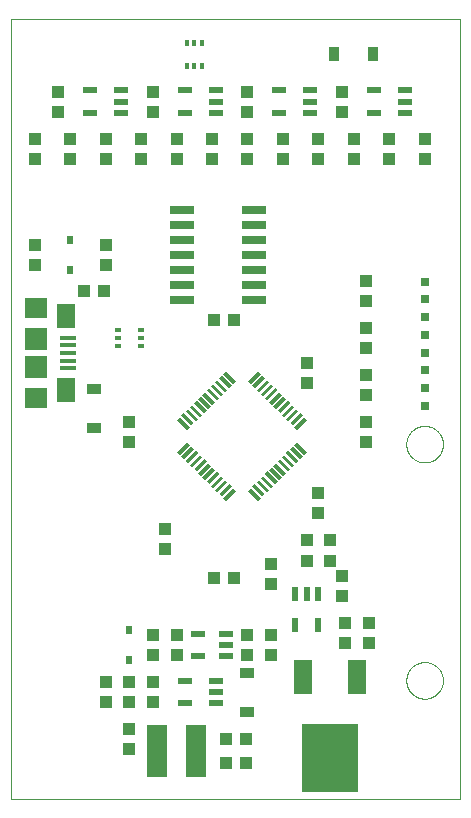
<source format=gtp>
G75*
%MOIN*%
%OFA0B0*%
%FSLAX25Y25*%
%IPPOS*%
%LPD*%
%AMOC8*
5,1,8,0,0,1.08239X$1,22.5*
%
%ADD10C,0.00000*%
%ADD11R,0.01181X0.04724*%
%ADD12R,0.04724X0.02362*%
%ADD13R,0.03937X0.04331*%
%ADD14R,0.07480X0.07087*%
%ADD15R,0.07480X0.07480*%
%ADD16R,0.06299X0.08268*%
%ADD17R,0.05315X0.01575*%
%ADD18R,0.02362X0.03150*%
%ADD19R,0.04331X0.03937*%
%ADD20R,0.04724X0.02165*%
%ADD21R,0.08000X0.02600*%
%ADD22R,0.06299X0.11811*%
%ADD23R,0.19000X0.22500*%
%ADD24R,0.02165X0.04724*%
%ADD25R,0.04803X0.03583*%
%ADD26R,0.03583X0.04803*%
%ADD27R,0.01575X0.02362*%
%ADD28R,0.03150X0.03150*%
%ADD29R,0.02362X0.01575*%
%ADD30R,0.07087X0.17717*%
D10*
X0004419Y0001800D02*
X0004419Y0261643D01*
X0154025Y0261643D01*
X0154045Y0001800D01*
X0004419Y0001800D01*
X0136114Y0041170D02*
X0136116Y0041326D01*
X0136122Y0041481D01*
X0136132Y0041637D01*
X0136146Y0041792D01*
X0136164Y0041947D01*
X0136185Y0042101D01*
X0136211Y0042255D01*
X0136241Y0042408D01*
X0136274Y0042560D01*
X0136312Y0042711D01*
X0136353Y0042861D01*
X0136398Y0043010D01*
X0136447Y0043158D01*
X0136500Y0043305D01*
X0136556Y0043450D01*
X0136616Y0043594D01*
X0136680Y0043736D01*
X0136747Y0043877D01*
X0136818Y0044015D01*
X0136893Y0044152D01*
X0136971Y0044287D01*
X0137052Y0044420D01*
X0137137Y0044551D01*
X0137225Y0044679D01*
X0137316Y0044806D01*
X0137410Y0044930D01*
X0137508Y0045051D01*
X0137609Y0045170D01*
X0137712Y0045286D01*
X0137819Y0045400D01*
X0137928Y0045511D01*
X0138041Y0045619D01*
X0138156Y0045724D01*
X0138273Y0045826D01*
X0138393Y0045925D01*
X0138516Y0046021D01*
X0138641Y0046114D01*
X0138769Y0046204D01*
X0138898Y0046290D01*
X0139030Y0046373D01*
X0139164Y0046453D01*
X0139300Y0046529D01*
X0139438Y0046602D01*
X0139577Y0046671D01*
X0139719Y0046736D01*
X0139862Y0046798D01*
X0140006Y0046856D01*
X0140152Y0046911D01*
X0140299Y0046962D01*
X0140448Y0047009D01*
X0140598Y0047052D01*
X0140748Y0047091D01*
X0140900Y0047127D01*
X0141053Y0047158D01*
X0141206Y0047186D01*
X0141360Y0047210D01*
X0141514Y0047230D01*
X0141669Y0047246D01*
X0141825Y0047258D01*
X0141980Y0047266D01*
X0142136Y0047270D01*
X0142292Y0047270D01*
X0142448Y0047266D01*
X0142603Y0047258D01*
X0142759Y0047246D01*
X0142914Y0047230D01*
X0143068Y0047210D01*
X0143222Y0047186D01*
X0143375Y0047158D01*
X0143528Y0047127D01*
X0143680Y0047091D01*
X0143830Y0047052D01*
X0143980Y0047009D01*
X0144129Y0046962D01*
X0144276Y0046911D01*
X0144422Y0046856D01*
X0144566Y0046798D01*
X0144709Y0046736D01*
X0144851Y0046671D01*
X0144990Y0046602D01*
X0145128Y0046529D01*
X0145264Y0046453D01*
X0145398Y0046373D01*
X0145530Y0046290D01*
X0145659Y0046204D01*
X0145787Y0046114D01*
X0145912Y0046021D01*
X0146035Y0045925D01*
X0146155Y0045826D01*
X0146272Y0045724D01*
X0146387Y0045619D01*
X0146500Y0045511D01*
X0146609Y0045400D01*
X0146716Y0045286D01*
X0146819Y0045170D01*
X0146920Y0045051D01*
X0147018Y0044930D01*
X0147112Y0044806D01*
X0147203Y0044679D01*
X0147291Y0044551D01*
X0147376Y0044420D01*
X0147457Y0044287D01*
X0147535Y0044152D01*
X0147610Y0044015D01*
X0147681Y0043877D01*
X0147748Y0043736D01*
X0147812Y0043594D01*
X0147872Y0043450D01*
X0147928Y0043305D01*
X0147981Y0043158D01*
X0148030Y0043010D01*
X0148075Y0042861D01*
X0148116Y0042711D01*
X0148154Y0042560D01*
X0148187Y0042408D01*
X0148217Y0042255D01*
X0148243Y0042101D01*
X0148264Y0041947D01*
X0148282Y0041792D01*
X0148296Y0041637D01*
X0148306Y0041481D01*
X0148312Y0041326D01*
X0148314Y0041170D01*
X0148312Y0041014D01*
X0148306Y0040859D01*
X0148296Y0040703D01*
X0148282Y0040548D01*
X0148264Y0040393D01*
X0148243Y0040239D01*
X0148217Y0040085D01*
X0148187Y0039932D01*
X0148154Y0039780D01*
X0148116Y0039629D01*
X0148075Y0039479D01*
X0148030Y0039330D01*
X0147981Y0039182D01*
X0147928Y0039035D01*
X0147872Y0038890D01*
X0147812Y0038746D01*
X0147748Y0038604D01*
X0147681Y0038463D01*
X0147610Y0038325D01*
X0147535Y0038188D01*
X0147457Y0038053D01*
X0147376Y0037920D01*
X0147291Y0037789D01*
X0147203Y0037661D01*
X0147112Y0037534D01*
X0147018Y0037410D01*
X0146920Y0037289D01*
X0146819Y0037170D01*
X0146716Y0037054D01*
X0146609Y0036940D01*
X0146500Y0036829D01*
X0146387Y0036721D01*
X0146272Y0036616D01*
X0146155Y0036514D01*
X0146035Y0036415D01*
X0145912Y0036319D01*
X0145787Y0036226D01*
X0145659Y0036136D01*
X0145530Y0036050D01*
X0145398Y0035967D01*
X0145264Y0035887D01*
X0145128Y0035811D01*
X0144990Y0035738D01*
X0144851Y0035669D01*
X0144709Y0035604D01*
X0144566Y0035542D01*
X0144422Y0035484D01*
X0144276Y0035429D01*
X0144129Y0035378D01*
X0143980Y0035331D01*
X0143830Y0035288D01*
X0143680Y0035249D01*
X0143528Y0035213D01*
X0143375Y0035182D01*
X0143222Y0035154D01*
X0143068Y0035130D01*
X0142914Y0035110D01*
X0142759Y0035094D01*
X0142603Y0035082D01*
X0142448Y0035074D01*
X0142292Y0035070D01*
X0142136Y0035070D01*
X0141980Y0035074D01*
X0141825Y0035082D01*
X0141669Y0035094D01*
X0141514Y0035110D01*
X0141360Y0035130D01*
X0141206Y0035154D01*
X0141053Y0035182D01*
X0140900Y0035213D01*
X0140748Y0035249D01*
X0140598Y0035288D01*
X0140448Y0035331D01*
X0140299Y0035378D01*
X0140152Y0035429D01*
X0140006Y0035484D01*
X0139862Y0035542D01*
X0139719Y0035604D01*
X0139577Y0035669D01*
X0139438Y0035738D01*
X0139300Y0035811D01*
X0139164Y0035887D01*
X0139030Y0035967D01*
X0138898Y0036050D01*
X0138769Y0036136D01*
X0138641Y0036226D01*
X0138516Y0036319D01*
X0138393Y0036415D01*
X0138273Y0036514D01*
X0138156Y0036616D01*
X0138041Y0036721D01*
X0137928Y0036829D01*
X0137819Y0036940D01*
X0137712Y0037054D01*
X0137609Y0037170D01*
X0137508Y0037289D01*
X0137410Y0037410D01*
X0137316Y0037534D01*
X0137225Y0037661D01*
X0137137Y0037789D01*
X0137052Y0037920D01*
X0136971Y0038053D01*
X0136893Y0038188D01*
X0136818Y0038325D01*
X0136747Y0038463D01*
X0136680Y0038604D01*
X0136616Y0038746D01*
X0136556Y0038890D01*
X0136500Y0039035D01*
X0136447Y0039182D01*
X0136398Y0039330D01*
X0136353Y0039479D01*
X0136312Y0039629D01*
X0136274Y0039780D01*
X0136241Y0039932D01*
X0136211Y0040085D01*
X0136185Y0040239D01*
X0136164Y0040393D01*
X0136146Y0040548D01*
X0136132Y0040703D01*
X0136122Y0040859D01*
X0136116Y0041014D01*
X0136114Y0041170D01*
X0136114Y0119910D02*
X0136116Y0120066D01*
X0136122Y0120221D01*
X0136132Y0120377D01*
X0136146Y0120532D01*
X0136164Y0120687D01*
X0136185Y0120841D01*
X0136211Y0120995D01*
X0136241Y0121148D01*
X0136274Y0121300D01*
X0136312Y0121451D01*
X0136353Y0121601D01*
X0136398Y0121750D01*
X0136447Y0121898D01*
X0136500Y0122045D01*
X0136556Y0122190D01*
X0136616Y0122334D01*
X0136680Y0122476D01*
X0136747Y0122617D01*
X0136818Y0122755D01*
X0136893Y0122892D01*
X0136971Y0123027D01*
X0137052Y0123160D01*
X0137137Y0123291D01*
X0137225Y0123419D01*
X0137316Y0123546D01*
X0137410Y0123670D01*
X0137508Y0123791D01*
X0137609Y0123910D01*
X0137712Y0124026D01*
X0137819Y0124140D01*
X0137928Y0124251D01*
X0138041Y0124359D01*
X0138156Y0124464D01*
X0138273Y0124566D01*
X0138393Y0124665D01*
X0138516Y0124761D01*
X0138641Y0124854D01*
X0138769Y0124944D01*
X0138898Y0125030D01*
X0139030Y0125113D01*
X0139164Y0125193D01*
X0139300Y0125269D01*
X0139438Y0125342D01*
X0139577Y0125411D01*
X0139719Y0125476D01*
X0139862Y0125538D01*
X0140006Y0125596D01*
X0140152Y0125651D01*
X0140299Y0125702D01*
X0140448Y0125749D01*
X0140598Y0125792D01*
X0140748Y0125831D01*
X0140900Y0125867D01*
X0141053Y0125898D01*
X0141206Y0125926D01*
X0141360Y0125950D01*
X0141514Y0125970D01*
X0141669Y0125986D01*
X0141825Y0125998D01*
X0141980Y0126006D01*
X0142136Y0126010D01*
X0142292Y0126010D01*
X0142448Y0126006D01*
X0142603Y0125998D01*
X0142759Y0125986D01*
X0142914Y0125970D01*
X0143068Y0125950D01*
X0143222Y0125926D01*
X0143375Y0125898D01*
X0143528Y0125867D01*
X0143680Y0125831D01*
X0143830Y0125792D01*
X0143980Y0125749D01*
X0144129Y0125702D01*
X0144276Y0125651D01*
X0144422Y0125596D01*
X0144566Y0125538D01*
X0144709Y0125476D01*
X0144851Y0125411D01*
X0144990Y0125342D01*
X0145128Y0125269D01*
X0145264Y0125193D01*
X0145398Y0125113D01*
X0145530Y0125030D01*
X0145659Y0124944D01*
X0145787Y0124854D01*
X0145912Y0124761D01*
X0146035Y0124665D01*
X0146155Y0124566D01*
X0146272Y0124464D01*
X0146387Y0124359D01*
X0146500Y0124251D01*
X0146609Y0124140D01*
X0146716Y0124026D01*
X0146819Y0123910D01*
X0146920Y0123791D01*
X0147018Y0123670D01*
X0147112Y0123546D01*
X0147203Y0123419D01*
X0147291Y0123291D01*
X0147376Y0123160D01*
X0147457Y0123027D01*
X0147535Y0122892D01*
X0147610Y0122755D01*
X0147681Y0122617D01*
X0147748Y0122476D01*
X0147812Y0122334D01*
X0147872Y0122190D01*
X0147928Y0122045D01*
X0147981Y0121898D01*
X0148030Y0121750D01*
X0148075Y0121601D01*
X0148116Y0121451D01*
X0148154Y0121300D01*
X0148187Y0121148D01*
X0148217Y0120995D01*
X0148243Y0120841D01*
X0148264Y0120687D01*
X0148282Y0120532D01*
X0148296Y0120377D01*
X0148306Y0120221D01*
X0148312Y0120066D01*
X0148314Y0119910D01*
X0148312Y0119754D01*
X0148306Y0119599D01*
X0148296Y0119443D01*
X0148282Y0119288D01*
X0148264Y0119133D01*
X0148243Y0118979D01*
X0148217Y0118825D01*
X0148187Y0118672D01*
X0148154Y0118520D01*
X0148116Y0118369D01*
X0148075Y0118219D01*
X0148030Y0118070D01*
X0147981Y0117922D01*
X0147928Y0117775D01*
X0147872Y0117630D01*
X0147812Y0117486D01*
X0147748Y0117344D01*
X0147681Y0117203D01*
X0147610Y0117065D01*
X0147535Y0116928D01*
X0147457Y0116793D01*
X0147376Y0116660D01*
X0147291Y0116529D01*
X0147203Y0116401D01*
X0147112Y0116274D01*
X0147018Y0116150D01*
X0146920Y0116029D01*
X0146819Y0115910D01*
X0146716Y0115794D01*
X0146609Y0115680D01*
X0146500Y0115569D01*
X0146387Y0115461D01*
X0146272Y0115356D01*
X0146155Y0115254D01*
X0146035Y0115155D01*
X0145912Y0115059D01*
X0145787Y0114966D01*
X0145659Y0114876D01*
X0145530Y0114790D01*
X0145398Y0114707D01*
X0145264Y0114627D01*
X0145128Y0114551D01*
X0144990Y0114478D01*
X0144851Y0114409D01*
X0144709Y0114344D01*
X0144566Y0114282D01*
X0144422Y0114224D01*
X0144276Y0114169D01*
X0144129Y0114118D01*
X0143980Y0114071D01*
X0143830Y0114028D01*
X0143680Y0113989D01*
X0143528Y0113953D01*
X0143375Y0113922D01*
X0143222Y0113894D01*
X0143068Y0113870D01*
X0142914Y0113850D01*
X0142759Y0113834D01*
X0142603Y0113822D01*
X0142448Y0113814D01*
X0142292Y0113810D01*
X0142136Y0113810D01*
X0141980Y0113814D01*
X0141825Y0113822D01*
X0141669Y0113834D01*
X0141514Y0113850D01*
X0141360Y0113870D01*
X0141206Y0113894D01*
X0141053Y0113922D01*
X0140900Y0113953D01*
X0140748Y0113989D01*
X0140598Y0114028D01*
X0140448Y0114071D01*
X0140299Y0114118D01*
X0140152Y0114169D01*
X0140006Y0114224D01*
X0139862Y0114282D01*
X0139719Y0114344D01*
X0139577Y0114409D01*
X0139438Y0114478D01*
X0139300Y0114551D01*
X0139164Y0114627D01*
X0139030Y0114707D01*
X0138898Y0114790D01*
X0138769Y0114876D01*
X0138641Y0114966D01*
X0138516Y0115059D01*
X0138393Y0115155D01*
X0138273Y0115254D01*
X0138156Y0115356D01*
X0138041Y0115461D01*
X0137928Y0115569D01*
X0137819Y0115680D01*
X0137712Y0115794D01*
X0137609Y0115910D01*
X0137508Y0116029D01*
X0137410Y0116150D01*
X0137316Y0116274D01*
X0137225Y0116401D01*
X0137137Y0116529D01*
X0137052Y0116660D01*
X0136971Y0116793D01*
X0136893Y0116928D01*
X0136818Y0117065D01*
X0136747Y0117203D01*
X0136680Y0117344D01*
X0136616Y0117486D01*
X0136556Y0117630D01*
X0136500Y0117775D01*
X0136447Y0117922D01*
X0136398Y0118070D01*
X0136353Y0118219D01*
X0136312Y0118369D01*
X0136274Y0118520D01*
X0136241Y0118672D01*
X0136211Y0118825D01*
X0136185Y0118979D01*
X0136164Y0119133D01*
X0136146Y0119288D01*
X0136132Y0119443D01*
X0136122Y0119599D01*
X0136116Y0119754D01*
X0136114Y0119910D01*
D11*
G36*
X0102923Y0117247D02*
X0102088Y0116412D01*
X0098749Y0119751D01*
X0099584Y0120586D01*
X0102923Y0117247D01*
G37*
G36*
X0101532Y0115855D02*
X0100697Y0115020D01*
X0097358Y0118359D01*
X0098193Y0119194D01*
X0101532Y0115855D01*
G37*
G36*
X0100140Y0114463D02*
X0099305Y0113628D01*
X0095966Y0116967D01*
X0096801Y0117802D01*
X0100140Y0114463D01*
G37*
G36*
X0098748Y0113071D02*
X0097913Y0112236D01*
X0094574Y0115575D01*
X0095409Y0116410D01*
X0098748Y0113071D01*
G37*
G36*
X0097356Y0111679D02*
X0096521Y0110844D01*
X0093182Y0114183D01*
X0094017Y0115018D01*
X0097356Y0111679D01*
G37*
G36*
X0095964Y0110287D02*
X0095129Y0109452D01*
X0091790Y0112791D01*
X0092625Y0113626D01*
X0095964Y0110287D01*
G37*
G36*
X0094572Y0108896D02*
X0093737Y0108061D01*
X0090398Y0111400D01*
X0091233Y0112235D01*
X0094572Y0108896D01*
G37*
G36*
X0093180Y0107504D02*
X0092345Y0106669D01*
X0089006Y0110008D01*
X0089841Y0110843D01*
X0093180Y0107504D01*
G37*
G36*
X0091788Y0106112D02*
X0090953Y0105277D01*
X0087614Y0108616D01*
X0088449Y0109451D01*
X0091788Y0106112D01*
G37*
G36*
X0090396Y0104720D02*
X0089561Y0103885D01*
X0086222Y0107224D01*
X0087057Y0108059D01*
X0090396Y0104720D01*
G37*
G36*
X0089004Y0103328D02*
X0088169Y0102493D01*
X0084830Y0105832D01*
X0085665Y0106667D01*
X0089004Y0103328D01*
G37*
G36*
X0087612Y0101936D02*
X0086777Y0101101D01*
X0083438Y0104440D01*
X0084273Y0105275D01*
X0087612Y0101936D01*
G37*
G36*
X0078425Y0105275D02*
X0079260Y0104440D01*
X0075921Y0101101D01*
X0075086Y0101936D01*
X0078425Y0105275D01*
G37*
G36*
X0077033Y0106667D02*
X0077868Y0105832D01*
X0074529Y0102493D01*
X0073694Y0103328D01*
X0077033Y0106667D01*
G37*
G36*
X0075642Y0108059D02*
X0076477Y0107224D01*
X0073138Y0103885D01*
X0072303Y0104720D01*
X0075642Y0108059D01*
G37*
G36*
X0074250Y0109451D02*
X0075085Y0108616D01*
X0071746Y0105277D01*
X0070911Y0106112D01*
X0074250Y0109451D01*
G37*
G36*
X0072858Y0110843D02*
X0073693Y0110008D01*
X0070354Y0106669D01*
X0069519Y0107504D01*
X0072858Y0110843D01*
G37*
G36*
X0071466Y0112235D02*
X0072301Y0111400D01*
X0068962Y0108061D01*
X0068127Y0108896D01*
X0071466Y0112235D01*
G37*
G36*
X0070074Y0113626D02*
X0070909Y0112791D01*
X0067570Y0109452D01*
X0066735Y0110287D01*
X0070074Y0113626D01*
G37*
G36*
X0068682Y0115018D02*
X0069517Y0114183D01*
X0066178Y0110844D01*
X0065343Y0111679D01*
X0068682Y0115018D01*
G37*
G36*
X0067290Y0116410D02*
X0068125Y0115575D01*
X0064786Y0112236D01*
X0063951Y0113071D01*
X0067290Y0116410D01*
G37*
G36*
X0065898Y0117802D02*
X0066733Y0116967D01*
X0063394Y0113628D01*
X0062559Y0114463D01*
X0065898Y0117802D01*
G37*
G36*
X0064506Y0119194D02*
X0065341Y0118359D01*
X0062002Y0115020D01*
X0061167Y0115855D01*
X0064506Y0119194D01*
G37*
G36*
X0063114Y0120586D02*
X0063949Y0119751D01*
X0060610Y0116412D01*
X0059775Y0117247D01*
X0063114Y0120586D01*
G37*
G36*
X0063949Y0125599D02*
X0063114Y0124764D01*
X0059775Y0128103D01*
X0060610Y0128938D01*
X0063949Y0125599D01*
G37*
G36*
X0065341Y0126991D02*
X0064506Y0126156D01*
X0061167Y0129495D01*
X0062002Y0130330D01*
X0065341Y0126991D01*
G37*
G36*
X0066733Y0128383D02*
X0065898Y0127548D01*
X0062559Y0130887D01*
X0063394Y0131722D01*
X0066733Y0128383D01*
G37*
G36*
X0068125Y0129775D02*
X0067290Y0128940D01*
X0063951Y0132279D01*
X0064786Y0133114D01*
X0068125Y0129775D01*
G37*
G36*
X0069517Y0131167D02*
X0068682Y0130332D01*
X0065343Y0133671D01*
X0066178Y0134506D01*
X0069517Y0131167D01*
G37*
G36*
X0070909Y0132559D02*
X0070074Y0131724D01*
X0066735Y0135063D01*
X0067570Y0135898D01*
X0070909Y0132559D01*
G37*
G36*
X0072301Y0133951D02*
X0071466Y0133116D01*
X0068127Y0136455D01*
X0068962Y0137290D01*
X0072301Y0133951D01*
G37*
G36*
X0073693Y0135342D02*
X0072858Y0134507D01*
X0069519Y0137846D01*
X0070354Y0138681D01*
X0073693Y0135342D01*
G37*
G36*
X0075085Y0136734D02*
X0074250Y0135899D01*
X0070911Y0139238D01*
X0071746Y0140073D01*
X0075085Y0136734D01*
G37*
G36*
X0076477Y0138126D02*
X0075642Y0137291D01*
X0072303Y0140630D01*
X0073138Y0141465D01*
X0076477Y0138126D01*
G37*
G36*
X0077868Y0139518D02*
X0077033Y0138683D01*
X0073694Y0142022D01*
X0074529Y0142857D01*
X0077868Y0139518D01*
G37*
G36*
X0079260Y0140910D02*
X0078425Y0140075D01*
X0075086Y0143414D01*
X0075921Y0144249D01*
X0079260Y0140910D01*
G37*
G36*
X0086777Y0144249D02*
X0087612Y0143414D01*
X0084273Y0140075D01*
X0083438Y0140910D01*
X0086777Y0144249D01*
G37*
G36*
X0088169Y0142857D02*
X0089004Y0142022D01*
X0085665Y0138683D01*
X0084830Y0139518D01*
X0088169Y0142857D01*
G37*
G36*
X0089561Y0141465D02*
X0090396Y0140630D01*
X0087057Y0137291D01*
X0086222Y0138126D01*
X0089561Y0141465D01*
G37*
G36*
X0090953Y0140073D02*
X0091788Y0139238D01*
X0088449Y0135899D01*
X0087614Y0136734D01*
X0090953Y0140073D01*
G37*
G36*
X0092345Y0138681D02*
X0093180Y0137846D01*
X0089841Y0134507D01*
X0089006Y0135342D01*
X0092345Y0138681D01*
G37*
G36*
X0093737Y0137290D02*
X0094572Y0136455D01*
X0091233Y0133116D01*
X0090398Y0133951D01*
X0093737Y0137290D01*
G37*
G36*
X0095129Y0135898D02*
X0095964Y0135063D01*
X0092625Y0131724D01*
X0091790Y0132559D01*
X0095129Y0135898D01*
G37*
G36*
X0096521Y0134506D02*
X0097356Y0133671D01*
X0094017Y0130332D01*
X0093182Y0131167D01*
X0096521Y0134506D01*
G37*
G36*
X0097913Y0133114D02*
X0098748Y0132279D01*
X0095409Y0128940D01*
X0094574Y0129775D01*
X0097913Y0133114D01*
G37*
G36*
X0099305Y0131722D02*
X0100140Y0130887D01*
X0096801Y0127548D01*
X0095966Y0128383D01*
X0099305Y0131722D01*
G37*
G36*
X0100697Y0130330D02*
X0101532Y0129495D01*
X0098193Y0126156D01*
X0097358Y0126991D01*
X0100697Y0130330D01*
G37*
G36*
X0102088Y0128938D02*
X0102923Y0128103D01*
X0099584Y0124764D01*
X0098749Y0125599D01*
X0102088Y0128938D01*
G37*
D12*
X0075875Y0056721D03*
X0075875Y0052981D03*
X0075875Y0049241D03*
X0066820Y0049241D03*
X0066820Y0056721D03*
D13*
X0059537Y0056328D03*
X0059537Y0049635D03*
X0051663Y0049635D03*
X0051663Y0056328D03*
X0051663Y0040580D03*
X0051663Y0033887D03*
X0043789Y0024831D03*
X0043789Y0018139D03*
X0075875Y0021485D03*
X0082568Y0021485D03*
X0083159Y0049635D03*
X0083159Y0056328D03*
X0078691Y0075271D03*
X0071998Y0075271D03*
X0055600Y0085068D03*
X0055600Y0091761D03*
X0043789Y0120501D03*
X0043789Y0127194D03*
X0035915Y0179556D03*
X0035915Y0186249D03*
X0035915Y0214989D03*
X0035915Y0221682D03*
X0051663Y0230737D03*
X0051663Y0237430D03*
X0071348Y0221682D03*
X0071348Y0214989D03*
X0083159Y0230737D03*
X0083159Y0237430D03*
X0106781Y0221682D03*
X0106781Y0214989D03*
X0114655Y0230737D03*
X0114655Y0237430D03*
X0142214Y0221682D03*
X0142214Y0214989D03*
X0102844Y0146879D03*
X0102844Y0140186D03*
X0106781Y0103572D03*
X0106781Y0096879D03*
X0110718Y0087824D03*
X0110718Y0081131D03*
X0115639Y0060265D03*
X0115639Y0053572D03*
X0020167Y0230737D03*
X0020167Y0237430D03*
D14*
X0012568Y0165284D03*
X0012568Y0135363D03*
D15*
X0012568Y0145599D03*
X0012568Y0155048D03*
D16*
X0022608Y0162528D03*
X0022608Y0138119D03*
D17*
X0023198Y0145206D03*
X0023198Y0147765D03*
X0023198Y0150324D03*
X0023198Y0152883D03*
X0023198Y0155442D03*
D18*
X0024104Y0177981D03*
X0024104Y0187824D03*
X0043789Y0057902D03*
X0043789Y0048060D03*
D19*
X0043789Y0040580D03*
X0043789Y0033887D03*
X0035915Y0033887D03*
X0035915Y0040580D03*
X0075875Y0013611D03*
X0082568Y0013611D03*
X0091033Y0049635D03*
X0091033Y0056328D03*
X0091033Y0073257D03*
X0091033Y0079950D03*
X0102844Y0081131D03*
X0102844Y0087824D03*
X0114655Y0076013D03*
X0114655Y0069320D03*
X0123513Y0060265D03*
X0123513Y0053572D03*
X0122529Y0120501D03*
X0122529Y0127194D03*
X0122529Y0136249D03*
X0122529Y0142942D03*
X0122529Y0151997D03*
X0122529Y0158690D03*
X0122529Y0167745D03*
X0122529Y0174438D03*
X0118592Y0214989D03*
X0118592Y0221682D03*
X0130403Y0221682D03*
X0130403Y0214989D03*
X0094970Y0214989D03*
X0094970Y0221682D03*
X0083159Y0221682D03*
X0083159Y0214989D03*
X0059537Y0214989D03*
X0059537Y0221682D03*
X0047726Y0221682D03*
X0047726Y0214989D03*
X0024104Y0214989D03*
X0024104Y0221682D03*
X0012293Y0221682D03*
X0012293Y0214989D03*
X0012293Y0186249D03*
X0012293Y0179556D03*
X0028631Y0171091D03*
X0035324Y0171091D03*
X0071938Y0161249D03*
X0078631Y0161249D03*
D20*
X0072529Y0230343D03*
X0072529Y0234083D03*
X0072529Y0237824D03*
X0062292Y0237824D03*
X0062292Y0230343D03*
X0041033Y0230343D03*
X0041033Y0234083D03*
X0041033Y0237824D03*
X0030796Y0237824D03*
X0030796Y0230343D03*
X0093788Y0230343D03*
X0093788Y0237824D03*
X0104025Y0237824D03*
X0104025Y0234083D03*
X0104025Y0230343D03*
X0125284Y0230343D03*
X0125284Y0237824D03*
X0135521Y0237824D03*
X0135521Y0234083D03*
X0135521Y0230343D03*
X0072529Y0040973D03*
X0072529Y0037233D03*
X0072529Y0033493D03*
X0062292Y0033493D03*
X0062292Y0040973D03*
D21*
X0061216Y0167902D03*
X0061216Y0172902D03*
X0061216Y0177902D03*
X0061216Y0182902D03*
X0061216Y0187902D03*
X0061216Y0192902D03*
X0061216Y0197902D03*
X0085416Y0197902D03*
X0085416Y0192902D03*
X0085416Y0187902D03*
X0085416Y0182902D03*
X0085416Y0177902D03*
X0085416Y0172902D03*
X0085416Y0167902D03*
D22*
X0101741Y0042391D03*
X0119694Y0042391D03*
D23*
X0110718Y0015233D03*
D24*
X0106584Y0059674D03*
X0099104Y0059674D03*
X0099104Y0069911D03*
X0102844Y0069911D03*
X0106584Y0069911D03*
D25*
X0083159Y0043729D03*
X0083159Y0030737D03*
X0031978Y0125225D03*
X0031978Y0138217D03*
D26*
X0112096Y0249831D03*
X0125088Y0249831D03*
D27*
X0068001Y0245894D03*
X0065442Y0245894D03*
X0062883Y0245894D03*
X0062883Y0253769D03*
X0065442Y0253769D03*
X0068001Y0253769D03*
D28*
X0142214Y0174044D03*
X0142214Y0168139D03*
X0142214Y0162233D03*
X0142214Y0156328D03*
X0142214Y0150422D03*
X0142214Y0144517D03*
X0142214Y0138611D03*
X0142214Y0132706D03*
D29*
X0047726Y0152784D03*
X0047726Y0155343D03*
X0047726Y0157902D03*
X0039852Y0157902D03*
X0039852Y0155343D03*
X0039852Y0152784D03*
D30*
X0053139Y0017548D03*
X0065934Y0017548D03*
M02*

</source>
